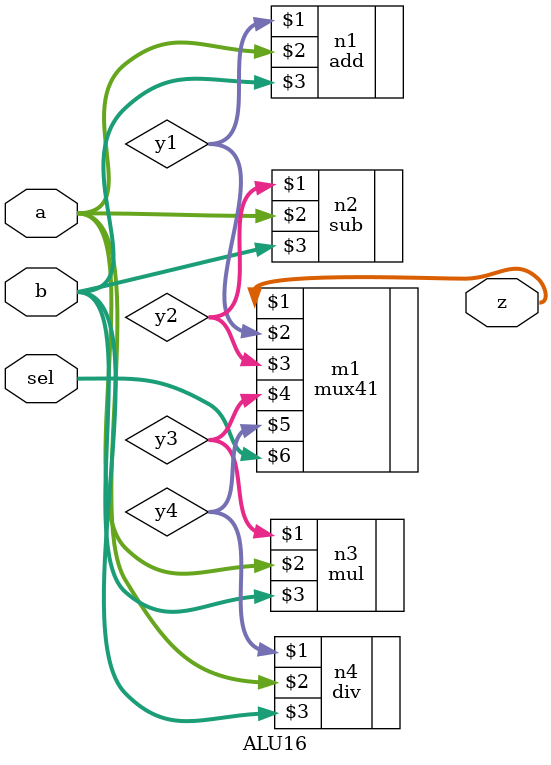
<source format=v>
module ALU16(output[15:0] z, input[15:0] a,b, input[1:0] sel);
	wire[15:0] y1,y2,y3,y4;
	
	add n1(y1,a,b);
	sub n2(y2,a,b);
	mul n3(y3,a,b);
	div n4(y4,a,b);
	mux41 m1(z,y1,y2,y3,y4,sel);
	
endmodule

</source>
